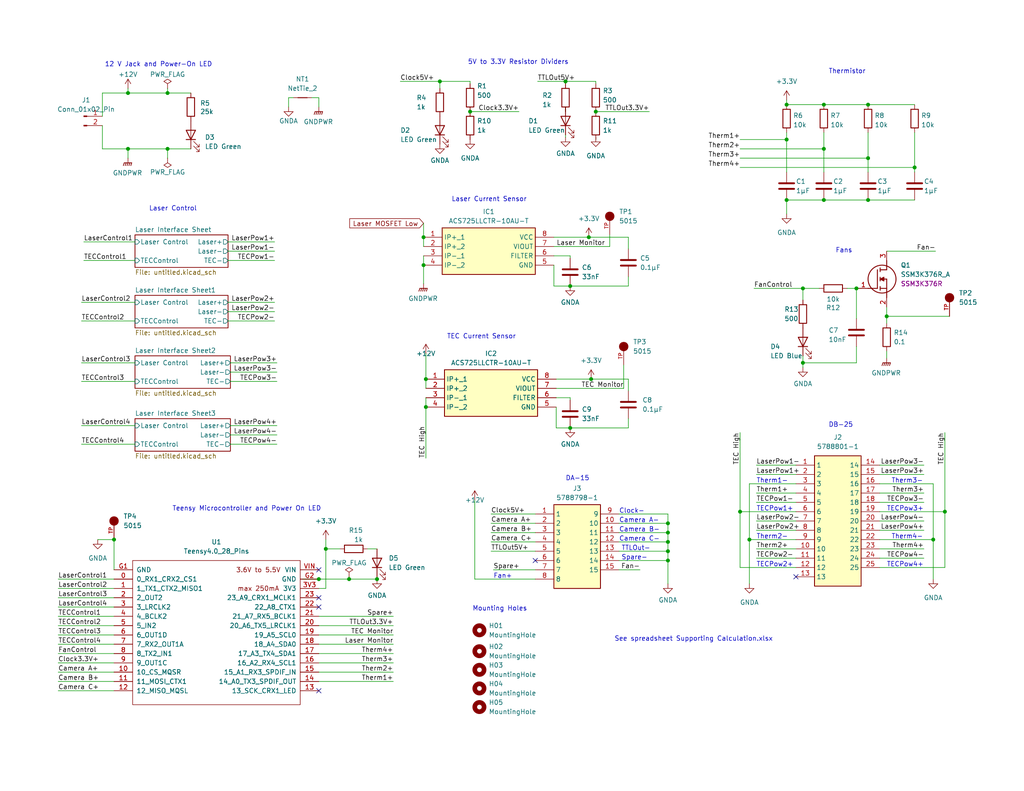
<source format=kicad_sch>
(kicad_sch (version 20230121) (generator eeschema)
  (paper "USLetter")
  (title_block (title "HSHS Interface Board") (date "2024-02-29") (rev "NT-0110A") (company "Numentus Technologies"))
  (junction (at 155.575 116.84))
  (junction (at 201.93 139.7))
  (junction (at 116.205 111.125))
  (junction (at 115.57 64.77))
  (junction (at 182.245 147.955))
  (junction (at 214.63 38.1))
  (junction (at 224.79 40.64))
  (junction (at 162.56 30.48))
  (junction (at 236.855 43.18))
  (junction (at 236.855 54.61))
  (junction (at 214.63 54.61))
  (junction (at 31.115 147.32))
  (junction (at 34.925 25.4))
  (junction (at 204.47 147.32))
  (junction (at 214.63 28.575))
  (junction (at 88.9 149.86))
  (junction (at 34.925 40.64))
  (junction (at 257.81 139.7))
  (junction (at 182.245 142.875))
  (junction (at 86.995 158.115))
  (junction (at 249.555 45.72))
  (junction (at 182.245 150.495))
  (junction (at 115.57 72.39))
  (junction (at 219.075 78.74))
  (junction (at 45.72 40.64))
  (junction (at 182.245 153.035))
  (junction (at 120.015 22.225))
  (junction (at 155.575 78.105))
  (junction (at 95.25 158.115))
  (junction (at 161.29 103.505))
  (junction (at 102.87 158.115))
  (junction (at 224.79 54.61))
  (junction (at 254.635 147.32))
  (junction (at 236.855 28.575))
  (junction (at 128.27 30.48))
  (junction (at 160.655 64.77))
  (junction (at 154.305 22.225))
  (junction (at 182.245 145.415))
  (junction (at 241.935 86.36))
  (junction (at 219.075 99.06))
  (junction (at 224.79 28.575))
  (junction (at 45.72 25.4))
  (junction (at 233.68 78.74))
  (junction (at 116.205 103.505))
  (no_connect (at 86.995 163.195))
  (no_connect (at 86.995 188.595))
  (no_connect (at 146.05 153.035))
  (no_connect (at 217.17 157.48))
  (no_connect (at 86.995 165.735))
  (no_connect (at 86.995 155.575))
  (wire (pts (xy 31.115 183.515) (xy 15.875 183.515)))
  (wire (pts (xy 62.865 101.6) (xy 75.565 101.6)))
  (wire (pts (xy 236.855 36.195) (xy 236.855 43.18)))
  (wire (pts (xy 34.925 40.64) (xy 34.925 43.18)))
  (wire (pts (xy 31.115 168.275) (xy 15.875 168.275)))
  (wire (pts (xy 201.93 139.7) (xy 201.93 154.94)))
  (wire (pts (xy 62.23 85.09) (xy 74.93 85.09)))
  (wire (pts (xy 88.9 147.32) (xy 88.9 149.86)))
  (wire (pts (xy 45.72 25.4) (xy 52.07 25.4)))
  (wire (pts (xy 62.865 104.14) (xy 75.565 104.14)))
  (wire (pts (xy 249.555 45.72) (xy 249.555 46.99)))
  (wire (pts (xy 27.94 40.64) (xy 34.925 40.64)))
  (wire (pts (xy 205.74 78.74) (xy 219.075 78.74)))
  (wire (pts (xy 254.635 147.32) (xy 254.635 158.115)))
  (wire (pts (xy 171.45 106.68) (xy 171.45 103.505)))
  (wire (pts (xy 168.91 140.335) (xy 182.245 140.335)))
  (wire (pts (xy 201.93 38.1) (xy 214.63 38.1)))
  (wire (pts (xy 155.575 69.85) (xy 155.575 70.485)))
  (wire (pts (xy 151.13 69.85) (xy 155.575 69.85)))
  (wire (pts (xy 133.985 145.415) (xy 146.05 145.415)))
  (wire (pts (xy 31.115 158.115) (xy 15.875 158.115)))
  (wire (pts (xy 182.245 153.035) (xy 182.245 159.385)))
  (wire (pts (xy 160.655 64.77) (xy 151.13 64.77)))
  (wire (pts (xy 120.015 22.225) (xy 128.27 22.225)))
  (wire (pts (xy 31.115 178.435) (xy 15.875 178.435)))
  (wire (pts (xy 62.23 68.58) (xy 74.93 68.58)))
  (wire (pts (xy 116.205 108.585) (xy 116.205 111.125)))
  (wire (pts (xy 133.985 147.955) (xy 146.05 147.955)))
  (wire (pts (xy 236.855 28.575) (xy 224.79 28.575)))
  (wire (pts (xy 88.9 160.655) (xy 88.9 149.86)))
  (wire (pts (xy 168.91 142.875) (xy 182.245 142.875)))
  (wire (pts (xy 62.23 66.04) (xy 74.93 66.04)))
  (wire (pts (xy 34.925 25.4) (xy 27.94 25.4)))
  (wire (pts (xy 231.14 78.74) (xy 233.68 78.74)))
  (wire (pts (xy 206.375 134.62) (xy 217.17 134.62)))
  (wire (pts (xy 86.995 158.115) (xy 95.25 158.115)))
  (wire (pts (xy 133.985 140.335) (xy 146.05 140.335)))
  (wire (pts (xy 219.075 99.06) (xy 219.075 100.33)))
  (wire (pts (xy 15.875 180.975) (xy 31.115 180.975)))
  (wire (pts (xy 151.765 116.84) (xy 151.765 111.125)))
  (wire (pts (xy 102.87 157.48) (xy 102.87 158.115)))
  (wire (pts (xy 86.995 178.435) (xy 107.315 178.435)))
  (wire (pts (xy 115.57 64.77) (xy 115.57 67.31)))
  (wire (pts (xy 31.115 163.195) (xy 15.875 163.195)))
  (wire (pts (xy 86.995 175.895) (xy 107.315 175.895)))
  (wire (pts (xy 86.995 183.515) (xy 107.315 183.515)))
  (wire (pts (xy 86.995 168.275) (xy 107.315 168.275)))
  (wire (pts (xy 129.54 158.115) (xy 146.05 158.115)))
  (wire (pts (xy 240.03 137.16) (xy 252.095 137.16)))
  (wire (pts (xy 182.245 145.415) (xy 182.245 147.955)))
  (wire (pts (xy 151.765 103.505) (xy 161.29 103.505)))
  (wire (pts (xy 233.68 94.615) (xy 233.68 99.06)))
  (wire (pts (xy 27.94 25.4) (xy 27.94 31.75)))
  (wire (pts (xy 34.925 40.64) (xy 45.72 40.64)))
  (wire (pts (xy 171.45 64.77) (xy 160.655 64.77)))
  (wire (pts (xy 116.205 125.095) (xy 116.205 111.125)))
  (wire (pts (xy 206.375 129.54) (xy 217.17 129.54)))
  (wire (pts (xy 22.86 66.04) (xy 36.83 66.04)))
  (wire (pts (xy 241.935 95.885) (xy 241.935 97.79)))
  (wire (pts (xy 240.03 152.4) (xy 252.095 152.4)))
  (wire (pts (xy 182.245 147.955) (xy 182.245 150.495)))
  (wire (pts (xy 240.03 154.94) (xy 257.81 154.94)))
  (wire (pts (xy 31.115 188.595) (xy 15.875 188.595)))
  (wire (pts (xy 224.79 54.61) (xy 214.63 54.61)))
  (wire (pts (xy 240.03 134.62) (xy 252.095 134.62)))
  (wire (pts (xy 154.305 36.83) (xy 154.305 37.465)))
  (wire (pts (xy 133.985 142.875) (xy 146.05 142.875)))
  (wire (pts (xy 151.13 78.105) (xy 151.13 72.39)))
  (wire (pts (xy 168.91 153.035) (xy 182.245 153.035)))
  (wire (pts (xy 224.79 28.575) (xy 214.63 28.575)))
  (wire (pts (xy 155.575 78.105) (xy 171.45 78.105)))
  (wire (pts (xy 115.57 77.47) (xy 115.57 72.39)))
  (wire (pts (xy 249.555 28.575) (xy 236.855 28.575)))
  (wire (pts (xy 240.03 139.7) (xy 257.81 139.7)))
  (wire (pts (xy 109.22 22.225) (xy 120.015 22.225)))
  (wire (pts (xy 204.47 132.08) (xy 217.17 132.08)))
  (wire (pts (xy 22.225 87.63) (xy 36.83 87.63)))
  (wire (pts (xy 22.225 99.06) (xy 36.83 99.06)))
  (wire (pts (xy 62.865 118.745) (xy 75.565 118.745)))
  (wire (pts (xy 154.305 30.48) (xy 154.305 29.21)))
  (wire (pts (xy 45.72 40.64) (xy 45.72 43.18)))
  (wire (pts (xy 241.935 68.58) (xy 255.27 68.58)))
  (wire (pts (xy 31.115 175.895) (xy 15.875 175.895)))
  (wire (pts (xy 82.55 158.115) (xy 86.995 158.115)))
  (wire (pts (xy 249.555 36.195) (xy 249.555 45.72)))
  (wire (pts (xy 34.925 24.13) (xy 34.925 25.4)))
  (wire (pts (xy 162.56 22.225) (xy 162.56 22.86)))
  (wire (pts (xy 22.86 71.12) (xy 36.83 71.12)))
  (wire (pts (xy 151.765 108.585) (xy 155.575 108.585)))
  (wire (pts (xy 31.115 165.735) (xy 15.875 165.735)))
  (wire (pts (xy 86.995 170.815) (xy 107.315 170.815)))
  (wire (pts (xy 151.13 78.105) (xy 155.575 78.105)))
  (wire (pts (xy 236.855 54.61) (xy 249.555 54.61)))
  (wire (pts (xy 204.47 147.32) (xy 217.17 147.32)))
  (wire (pts (xy 22.225 82.55) (xy 36.83 82.55)))
  (wire (pts (xy 62.865 121.285) (xy 75.565 121.285)))
  (wire (pts (xy 201.93 43.18) (xy 236.855 43.18)))
  (wire (pts (xy 224.79 40.64) (xy 201.93 40.64)))
  (wire (pts (xy 45.72 40.64) (xy 52.07 40.64)))
  (wire (pts (xy 240.03 127) (xy 252.095 127)))
  (wire (pts (xy 219.075 78.74) (xy 223.52 78.74)))
  (wire (pts (xy 151.765 116.84) (xy 155.575 116.84)))
  (wire (pts (xy 151.765 106.045) (xy 170.18 106.045)))
  (wire (pts (xy 31.115 170.815) (xy 15.875 170.815)))
  (wire (pts (xy 206.375 152.4) (xy 217.17 152.4)))
  (wire (pts (xy 206.375 127) (xy 217.17 127)))
  (wire (pts (xy 95.25 158.115) (xy 102.87 158.115)))
  (wire (pts (xy 133.985 150.495) (xy 146.05 150.495)))
  (wire (pts (xy 116.205 103.505) (xy 116.205 106.045)))
  (wire (pts (xy 206.375 142.24) (xy 217.17 142.24)))
  (wire (pts (xy 182.245 150.495) (xy 182.245 153.035)))
  (wire (pts (xy 201.93 139.7) (xy 217.17 139.7)))
  (wire (pts (xy 86.995 180.975) (xy 107.315 180.975)))
  (wire (pts (xy 161.29 103.505) (xy 171.45 103.505)))
  (wire (pts (xy 27.94 40.64) (xy 27.94 34.29)))
  (wire (pts (xy 214.63 27.305) (xy 214.63 28.575)))
  (wire (pts (xy 257.81 139.7) (xy 257.81 154.94)))
  (wire (pts (xy 233.68 99.06) (xy 219.075 99.06)))
  (wire (pts (xy 219.075 97.155) (xy 219.075 99.06)))
  (wire (pts (xy 31.115 186.055) (xy 15.875 186.055)))
  (wire (pts (xy 22.225 121.285) (xy 36.83 121.285)))
  (wire (pts (xy 120.015 22.225) (xy 120.015 24.13)))
  (wire (pts (xy 168.91 155.575) (xy 174.625 155.575)))
  (wire (pts (xy 214.63 58.42) (xy 214.63 54.61)))
  (wire (pts (xy 206.375 144.78) (xy 217.17 144.78)))
  (wire (pts (xy 168.91 150.495) (xy 182.245 150.495)))
  (wire (pts (xy 240.03 129.54) (xy 252.095 129.54)))
  (wire (pts (xy 85.09 26.67) (xy 86.995 26.67)))
  (wire (pts (xy 233.68 78.74) (xy 234.315 78.74)))
  (wire (pts (xy 62.23 71.12) (xy 74.93 71.12)))
  (wire (pts (xy 151.13 67.31) (xy 166.37 67.31)))
  (wire (pts (xy 170.18 99.695) (xy 170.18 106.045)))
  (wire (pts (xy 78.74 26.67) (xy 80.01 26.67)))
  (wire (pts (xy 233.68 78.74) (xy 233.68 86.995)))
  (wire (pts (xy 31.115 160.655) (xy 15.875 160.655)))
  (wire (pts (xy 78.74 26.67) (xy 78.74 29.21)))
  (wire (pts (xy 129.54 136.525) (xy 129.54 158.115)))
  (wire (pts (xy 155.575 108.585) (xy 155.575 109.22)))
  (wire (pts (xy 128.27 30.48) (xy 141.605 30.48)))
  (wire (pts (xy 257.81 118.11) (xy 257.81 139.7)))
  (wire (pts (xy 45.72 24.13) (xy 45.72 25.4)))
  (wire (pts (xy 240.03 132.08) (xy 254.635 132.08)))
  (wire (pts (xy 201.93 45.72) (xy 249.555 45.72)))
  (wire (pts (xy 128.27 22.225) (xy 128.27 22.86)))
  (wire (pts (xy 100.33 149.86) (xy 102.87 149.86)))
  (wire (pts (xy 206.375 149.86) (xy 217.17 149.86)))
  (wire (pts (xy 171.45 116.84) (xy 171.45 114.3)))
  (wire (pts (xy 182.245 140.335) (xy 182.245 142.875)))
  (wire (pts (xy 206.375 137.16) (xy 217.17 137.16)))
  (wire (pts (xy 31.115 173.355) (xy 15.875 173.355)))
  (wire (pts (xy 34.925 25.4) (xy 45.72 25.4)))
  (wire (pts (xy 241.935 86.36) (xy 259.08 86.36)))
  (wire (pts (xy 155.575 116.84) (xy 171.45 116.84)))
  (wire (pts (xy 171.45 67.945) (xy 171.45 64.77)))
  (wire (pts (xy 236.855 46.99) (xy 236.855 43.18)))
  (wire (pts (xy 154.305 22.86) (xy 154.305 22.225)))
  (wire (pts (xy 219.075 78.74) (xy 219.075 81.915)))
  (wire (pts (xy 241.935 86.36) (xy 241.935 88.265)))
  (wire (pts (xy 134.62 155.575) (xy 146.05 155.575)))
  (wire (pts (xy 86.995 173.355) (xy 107.315 173.355)))
  (wire (pts (xy 168.91 147.955) (xy 182.245 147.955)))
  (wire (pts (xy 146.685 22.225) (xy 154.305 22.225)))
  (wire (pts (xy 236.855 54.61) (xy 224.79 54.61)))
  (wire (pts (xy 62.865 116.205) (xy 75.565 116.205)))
  (wire (pts (xy 201.93 118.11) (xy 201.93 139.7)))
  (wire (pts (xy 240.03 142.24) (xy 252.095 142.24)))
  (wire (pts (xy 116.205 96.52) (xy 116.205 103.505)))
  (wire (pts (xy 95.25 157.48) (xy 95.25 158.115)))
  (wire (pts (xy 240.03 144.78) (xy 252.095 144.78)))
  (wire (pts (xy 154.305 22.225) (xy 162.56 22.225)))
  (wire (pts (xy 214.63 46.99) (xy 214.63 38.1)))
  (wire (pts (xy 62.23 87.63) (xy 74.93 87.63)))
  (wire (pts (xy 88.9 149.86) (xy 92.71 149.86)))
  (wire (pts (xy 31.115 147.32) (xy 31.115 155.575)))
  (wire (pts (xy 240.03 149.86) (xy 252.095 149.86)))
  (wire (pts (xy 62.23 82.55) (xy 74.93 82.55)))
  (wire (pts (xy 168.91 145.415) (xy 182.245 145.415)))
  (wire (pts (xy 162.56 30.48) (xy 177.165 30.48)))
  (wire (pts (xy 224.79 36.195) (xy 224.79 40.64)))
  (wire (pts (xy 86.995 26.67) (xy 86.995 29.21)))
  (wire (pts (xy 26.67 147.32) (xy 31.115 147.32)))
  (wire (pts (xy 86.995 160.655) (xy 88.9 160.655)))
  (wire (pts (xy 171.45 78.105) (xy 171.45 75.565)))
  (wire (pts (xy 204.47 132.08) (xy 204.47 147.32)))
  (wire (pts (xy 115.57 60.96) (xy 115.57 64.77)))
  (wire (pts (xy 22.225 104.14) (xy 36.83 104.14)))
  (wire (pts (xy 62.865 99.06) (xy 75.565 99.06)))
  (wire (pts (xy 182.245 142.875) (xy 182.245 145.415)))
  (wire (pts (xy 241.935 86.36) (xy 241.935 83.82)))
  (wire (pts (xy 201.93 154.94) (xy 217.17 154.94)))
  (wire (pts (xy 254.635 132.08) (xy 254.635 147.32)))
  (wire (pts (xy 22.225 116.205) (xy 36.83 116.205)))
  (wire (pts (xy 224.79 46.99) (xy 224.79 40.64)))
  (wire (pts (xy 204.47 147.32) (xy 204.47 159.385)))
  (wire (pts (xy 214.63 36.195) (xy 214.63 38.1)))
  (wire (pts (xy 86.995 186.055) (xy 107.315 186.055)))
  (wire (pts (xy 166.37 64.135) (xy 166.37 67.31)))
  (wire (pts (xy 162.56 38.1) (xy 162.56 37.465)))
  (wire (pts (xy 240.03 147.32) (xy 254.635 147.32)))
  (wire (pts (xy 115.57 69.85) (xy 115.57 72.39)))
  (text "Camera A-" (at 168.91 142.875 0) (effects (font (size 1.27 1.27)) (justify left bottom)))
  (text "Therm3-" (at 243.205 132.08 0) (effects (font (size 1.27 1.27)) (justify left bottom)))
  (text "DA-15" (at 154.305 131.445 0) (effects (font (size 1.27 1.27)) (justify left bottom)))
  (text "Spare-" (at 169.545 153.035 0) (effects (font (size 1.27 1.27)) (justify left bottom)))
  (text "Laser Current Sensor" (at 123.19 55.245 0) (effects (font (size 1.27 1.27)) (justify left bottom)))
  (text "See spreadsheet Supporting Calculation.xlsx" (at 167.64 175.26 0) (effects (font (size 1.27 1.27)) (justify left bottom)))
  (text "TEC Current Sensor" (at 121.92 92.71 0) (effects (font (size 1.27 1.27)) (justify left bottom)))
  (text "DB-25" (at 226.06 116.84 0) (effects (font (size 1.27 1.27)) (justify left bottom)))
  (text "TECPow1+" (at 206.375 139.7 0) (effects (font (size 1.27 1.27)) (justify left bottom)))
  (text "Therm1-" (at 206.375 132.08 0) (effects (font (size 1.27 1.27)) (justify left bottom)))
  (text "TTLOut-" (at 169.545 150.495 0) (effects (font (size 1.27 1.27)) (justify left bottom)))
  (text "Therm4-" (at 243.205 147.32 0) (effects (font (size 1.27 1.27)) (justify left bottom)))
  (text "TECPow2+" (at 206.375 154.94 0) (effects (font (size 1.27 1.27)) (justify left bottom)))
  (text "5V to 3.3V Resistor Dividers" (at 127.635 17.78 0) (effects (font (size 1.27 1.27)) (justify left bottom)))
  (text "Fan+" (at 134.62 158.115 0) (effects (font (size 1.27 1.27)) (justify left bottom)))
  (text "Camera B-" (at 168.91 145.415 0) (effects (font (size 1.27 1.27)) (justify left bottom)))
  (text "Thermistor" (at 226.06 20.32 0) (effects (font (size 1.27 1.27)) (justify left bottom)))
  (text "Fans" (at 227.965 69.215 0) (effects (font (size 1.27 1.27)) (justify left bottom)))
  (text "Laser Control" (at 40.64 57.785 0) (effects (font (size 1.27 1.27)) (justify left bottom)))
  (text "TECPow3+" (at 241.935 139.7 0) (effects (font (size 1.27 1.27)) (justify left bottom)))
  (text "Camera C-" (at 168.91 147.955 0) (effects (font (size 1.27 1.27)) (justify left bottom)))
  (text "Teensy Microcontroller and Power On LED" (at 46.99 139.7 0) (effects (font (size 1.27 1.27)) (justify left bottom)))
  (text "12 V Jack and Power-On LED" (at 28.575 18.415 0) (effects (font (size 1.27 1.27)) (justify left bottom)))
  (text "Therm2-" (at 206.375 147.32 0) (effects (font (size 1.27 1.27)) (justify left bottom)))
  (text "Mounting Holes" (at 128.905 167.005 0) (effects (font (size 1.27 1.27)) (justify left bottom)))
  (text "TECPow4+" (at 241.935 154.94 0) (effects (font (size 1.27 1.27)) (justify left bottom)))
  (text "Clock-" (at 168.91 140.335 0) (effects (font (size 1.27 1.27)) (justify left bottom)))
  (label "LaserControl3" (at 22.225 99.06 0))
  (label "LaserControl1" (at 15.875 158.115 0))
  (label "LaserPow1+" (at 206.375 129.54 0))
  (label "LaserPow1-" (at 206.375 127 0))
  (label "TEC Monitor" (at 170.18 106.045 180))
  (label "LaserControl1" (at 22.86 66.04 0))
  (label "Therm1+" (at 201.93 38.1 180))
  (label "LaserPow3+" (at 252.095 129.54 180))
  (label "Therm2+" (at 201.93 40.64 180))
  (label "LaserPow3-" (at 252.095 127 180))
  (label "FanControl" (at 15.875 178.435 0))
  (label "TECControl2" (at 22.225 87.63 0))
  (label "LaserControl2" (at 22.225 82.55 0))
  (label "TECPow4-" (at 75.565 121.285 180))
  (label "Therm4+" (at 107.315 178.435 180))
  (label "TTLOut5V+" (at 146.685 22.225 0))
  (label "TTLOut3.3V+" (at 177.165 30.48 180))
  (label "TEC High" (at 201.93 118.11 270))
  (label "TECControl3" (at 22.225 104.14 0))
  (label "TECPow4-" (at 252.095 152.4 180))
  (label "Camera B+" (at 133.985 145.415 0))
  (label "Therm2+" (at 107.315 183.515 180))
  (label "Camera A+" (at 15.875 183.515 0))
  (label "Clock5V+" (at 109.22 22.225 0))
  (label "TECPow1-" (at 74.93 71.12 180))
  (label "LaserPow2+" (at 206.375 144.78 0))
  (label "LaserControl4" (at 22.225 116.205 0))
  (label "TEC High" (at 116.205 125.095 90))
  (label "TECPow2-" (at 74.93 87.63 180))
  (label "LaserPow4+" (at 75.565 116.205 180))
  (label "LaserPow2-" (at 206.375 142.24 0))
  (label "TTLOut3.3V+" (at 107.315 170.815 180))
  (label "TTLOut5V+" (at 133.985 150.495 0))
  (label "Laser Monitor" (at 165.1 67.31 180))
  (label "TECPow2-" (at 206.375 152.4 0))
  (label "LaserPow4-" (at 75.565 118.745 180))
  (label "LaserPow2-" (at 74.93 85.09 180))
  (label "TECControl2" (at 15.875 170.815 0))
  (label "LaserPow3+" (at 75.565 99.06 180))
  (label "Therm3+" (at 252.095 134.62 180))
  (label "LaserPow3-" (at 75.565 101.6 180))
  (label "TECControl1" (at 15.875 168.275 0))
  (label "Camera C+" (at 133.985 147.955 0))
  (label "Therm3+" (at 107.315 180.975 180))
  (label "Therm4+" (at 201.93 45.72 180))
  (label "LaserControl3" (at 15.875 163.195 0))
  (label "TEC High" (at 257.81 118.11 270))
  (label "Spare+" (at 107.315 168.275 180))
  (label "FanControl" (at 205.74 78.74 0))
  (label "Therm1+" (at 206.375 134.62 0))
  (label "TECControl3" (at 15.875 173.355 0))
  (label "Fan-" (at 174.625 155.575 180))
  (label "LaserPow2+" (at 74.93 82.55 180))
  (label "LaserControl4" (at 15.875 165.735 0))
  (label "Therm4+" (at 252.095 149.86 180))
  (label "Clock3.3V+" (at 141.605 30.48 180))
  (label "Therm1+" (at 107.315 186.055 180))
  (label "Camera C+" (at 15.875 188.595 0))
  (label "TECControl4" (at 22.225 121.285 0))
  (label "Camera A+" (at 133.985 142.875 0))
  (label "Clock3.3V+" (at 15.875 180.975 0))
  (label "LaserPow1-" (at 74.93 68.58 180))
  (label "Clock5V+" (at 133.985 140.335 0))
  (label "TECPow1-" (at 206.375 137.16 0))
  (label "LaserPow1+" (at 74.93 66.04 180))
  (label "LaserPow4-" (at 252.095 142.24 180))
  (label "Camera B+" (at 15.875 186.055 0))
  (label "Fan-" (at 255.27 68.58 180))
  (label "TECPow3-" (at 252.095 137.16 180))
  (label "Spare+" (at 134.62 155.575 0))
  (label "LaserControl2" (at 15.875 160.655 0))
  (label "Therm3+" (at 201.93 43.18 180))
  (label "Laser Monitor" (at 107.315 175.895 180))
  (label "TECControl1" (at 22.86 71.12 0))
  (label "TECControl4" (at 15.875 175.895 0))
  (label "TECPow3-" (at 75.565 104.14 180))
  (label "LaserPow4+" (at 252.095 144.78 180))
  (label "TEC Monitor" (at 107.315 173.355 180))
  (label "Therm2+" (at 206.375 149.86 0))
  (global_label "Laser MOSFET Low" (shape input) (at 115.57 60.96 180) (property "Intersheetrefs" "${INTERSHEET_REFS}" (effects hide)))
  (symbol (lib_id "Device:R") (at 128.27 26.67 0) (unit 1)
    (property "Reference" "R1" (at 130.175 23.495 0) (effects (justify left)))
    (property "Value" "500" (at 130.175 26.035 0) (effects (justify left)))
    (property "Footprint" "Global_Footprint_Library:R_0603_1608Metric_Small_Font" (effects hide))
    (property "Digikey_Price/Stock" "https://www.digikey.com/en/products/detail/stackpole-electronics-inc/RMCF0603FT10K0/1761235" (effects hide))
    (property "DESCRIPTION" "RES 499 OHM 1% 1/10W 0603" (effects hide))
    (property "Digikey_Part_Number" "13-RC0603FR-10499RLCT-ND" (effects hide))
    (property "Manufacturer Part Number" "RC0603FR-10499RL" (effects hide))
    (property "PRICE" "0.0112" (effects hide))
  )
  (symbol (lib_id "Device:C") (at 214.63 50.8 0) (unit 1)
    (property "Reference" "C1" (at 217.17 49.53 0) (effects (justify left)))
    (property "Value" "1µF" (at 217.17 52.07 0) (effects (justify left)))
    (property "Footprint" "Global_Footprint_Library:C_0603_1608Metric_Small_Font" (effects hide))
    (property "Description" "CAP CER 1UF 25V X5R 0603" (effects hide))
    (property "Digikey_Part_Number" "1276-1102-1-ND" (effects hide))
    (property "Digikey_Price/Stock" "https://www.digikey.com/en/products/detail/samsung-electro-mechanics/CL10A105KA8NNNC/3886760" (effects hide))
    (property "Manufacturer_Name" "Samsung Electro-Mechanics" (effects hide))
    (property "Manufacturer_Part_Number" "CL10A105KA8NNNC" (effects hide))
    (property "Price Unit 1" ".1" (effects hide))
    (property "DESCRIPTION" "CAP CER 1UF 25V X5R 0603" (effects hide))
    (property "Manufacturer Part Number" "CL10A105KA8NNNC" (effects hide))
    (property "PRICE" "0.017" (effects hide))
  )
  (symbol (lib_id "power:+12V") (at 34.925 24.13 0) (unit 1)
    (property "Reference" "#PWR01" (effects hide))
    (property "Value" "+12V" (at 34.925 20.32 0))
  )
  (symbol (lib_id "Device:R") (at 96.52 149.86 90) (unit 1)
    (property "Reference" "R15" (at 99.06 144.7831 90) (effects (justify left)))
    (property "Value" "1k" (at 99.06 147.32 90) (effects (justify left)))
    (property "Footprint" "Global_Footprint_Library:R_0603_1608Metric_Small_Font" (effects hide))
    (property "Description" "RES 499 OHM 1% 1/10W 0603" (effects hide))
    (property "Digikey_Part_Number" "13-RC0603FR-10499RLCT-ND" (effects hide))
    (property "Digikey_Price/Stock" "https://www.digikey.com/en/products/detail/yageo/RC0603FR-10499RL/14008359" (effects hide))
    (property "Manufacturer_Name" "Yageo" (effects hide))
    (property "Manufacturer_Part_Number" "RC0603FR-10499RL" (effects hide))
    (property "Price Unit 1" ".1" (effects hide))
    (property "DESCRIPTION" "RES 499 OHM 1% 1/10W 0603" (effects hide))
    (property "Manufacturer Part Number" "RC0603FR-10499RL" (effects hide))
    (property "PRICE" "0.0112" (effects hide))
  )
  (symbol (lib_id "power:GNDA") (at 204.47 159.385 0) (unit 1)
    (property "Reference" "#PWR025" (effects hide))
    (property "Value" "GNDA" (at 204.47 164.465 0))
  )
  (symbol (lib_id "Device:R") (at 214.63 32.385 0) (unit 1)
    (property "Reference" "R6" (at 216.408 31.5503 0) (effects (justify left)))
    (property "Value" "10k" (at 216.408 34.0872 0) (effects (justify left)))
    (property "Footprint" "Global_Footprint_Library:R_0603_1608Metric_Small_Font" (effects hide))
    (property "Description" "RES 10K OHM 1% 1/8W 0603" (effects hide))
    (property "Digikey_Part_Number" "RMCF0603FT10K0CT-ND" (effects hide))
    (property "Digikey_Price/Stock" "https://www.digikey.com/en/products/detail/stackpole-electronics-inc/RNCP0603FTD10K0/2240139" (effects hide))
    (property "Manufacturer_Name" "Stackpole Electronics Inc" (effects hide))
    (property "Manufacturer_Part_Number" "RNCP0603FTD10K0" (effects hide))
    (property "Price Unit 1" ".1" (effects hide))
    (property "DESCRIPTION" "RES 10K OHM 1% 1/10W 0603" (effects hide))
    (property "Manufacturer Part Number" "RMCF0603FT10K0" (effects hide))
    (property "PRICE" "0.0075" (effects hide))
  )
  (symbol (lib_id "Global_Symbol_Library:SSM3K376R_A") (at 234.315 78.74 0) (unit 1)
    (property "Reference" "Q1" (at 245.745 72.39 0) (effects (justify left)))
    (property "Value" "SSM3K376R_A" (at 245.745 74.93 0) (effects (justify left)))
    (property "Footprint" "Global_Footprint_Library:SSM3K376R_Mod_A" (effects hide))
    (property "Datasheet" "https://toshiba.semicon-storage.com/info/SSM3K376R_datasheet_en_20210528.pdf?did=60463&prodName=SSM3K376R" (effects hide))
    (property "Value_1" "SSM3K376R" (at 245.745 77.47 0) (effects (justify left)))
    (property "Footprint_1" "SOTFL95P240X88-3N" (effects hide))
    (property "Datasheet_1" "https://toshiba.semicon-storage.com/info/docget.jsp?did=60463&prodName=SSM3K376R" (effects hide))
    (property "Height" ".8" (effects hide))
    (property "Manufacturer_Name" "Toshiba Semiconductor and Storage" (effects hide))
    (property "Manufacturer_Part_Number" "SSM3K376R,LF" (effects hide))
    (property "Description" "MOSFET N-CH 30V 4A SOT23F" (effects hide))
    (property "Digikey_Part_Number" "SSM3K376RLFTR-ND" (effects hide))
    (property "Digikey_Price/Stock" "https://www.digikey.com/en/products/detail/toshiba-semiconductor-and-storage/SSM3K376R-LF/9472331" (effects hide))
    (property "Price Unit 1" ".43" (effects hide))
    (property "Vendor Web Page" "https://toshiba.semicon-storage.com/us/semiconductor/product/mosfets/detail.SSM3K376R.html" (effects hide))
    (property "DESCRIPTION" "MOSFET N-CH 30V 4A SOT23F" (effects hide))
    (property "Manufacturer Part Number" "SSM3K376R,LF" (effects hide))
    (property "PRICE" "0.289" (effects hide))
  )
  (symbol (lib_id "power:+12V") (at 129.54 136.525 0) (unit 1)
    (property "Reference" "#PWR019" (effects hide))
    (property "Value" "+12V" (at 129.54 136.525 0))
  )
  (symbol (lib_id "Mechanical:MountingHole") (at 130.81 177.8 0) (unit 1)
    (property "Reference" "H02" (at 133.35 176.53 0) (effects (justify left)))
    (property "Value" "MountingHole" (at 133.35 179.07 0) (effects (justify left)))
    (property "Footprint" "MountingHole:MountingHole_3.5mm" (effects hide))
  )
  (symbol (lib_id "Device:R") (at 128.27 34.29 0) (unit 1)
    (property "Reference" "R10" (at 130.175 33.02 0) (effects (justify left)))
    (property "Value" "1k" (at 130.175 35.56 0) (effects (justify left)))
    (property "Footprint" "Global_Footprint_Library:R_0603_1608Metric_Small_Font" (effects hide))
    (property "Digikey_Price/Stock" " https://www.digikey.com/en/products/detail/panasonic-electronic-components/ERJ-3EKF2002V/196202" (effects hide))
    (property "DESCRIPTION" "RES 1K OHM 1% 1/10W 0603" (effects hide))
    (property "Digikey_Part_Number" "311-1.00KHRCT-ND" (effects hide))
    (property "Manufacturer Part Number" "RC0603FR-071KL" (effects hide))
    (property "PRICE" "0.0112" (effects hide))
  )
  (symbol (lib_id "Device:R") (at 162.56 26.67 0) (unit 1)
    (property "Reference" "R3" (at 164.465 24.765 0) (effects (justify left)))
    (property "Value" "500" (at 164.465 27.305 0) (effects (justify left)))
    (property "Footprint" "Global_Footprint_Library:R_0603_1608Metric_Small_Font" (effects hide))
    (property "Digikey_Price/Stock" "https://www.digikey.com/en/products/detail/stackpole-electronics-inc/RMCF0603FT10K0/1761235" (effects hide))
    (property "DESCRIPTION" "RES 499 OHM 1% 1/10W 0603" (effects hide))
    (property "Digikey_Part_Number" "13-RC0603FR-10499RLCT-ND" (effects hide))
    (property "Manufacturer Part Number" "RC0603FR-10499RL" (effects hide))
    (property "PRICE" "0.0112" (effects hide))
  )
  (symbol (lib_id "Device:R") (at 227.33 78.74 90) (unit 1)
    (property "Reference" "R12" (at 227.33 83.9978 90))
    (property "Value" "10k" (at 227.33 81.6864 90))
    (property "Footprint" "Global_Footprint_Library:R_0603_1608Metric_Small_Font" (effects hide))
    (property "Manufacturer Part Number" "RMCF0603FT10K0" (effects hide))
    (property "Price Unit 1" ".1" (effects hide))
    (property "Description" "RES 499 OHM 1% 1/10W 0603" (effects hide))
    (property "Digikey_Part_Number" "RMCF0603FT10K0CT-ND" (effects hide))
    (property "Digikey_Price/Stock" "https://www.digikey.com/en/products/detail/yageo/RC0603FR-10499RL/14008359" (effects hide))
    (property "Manufacturer_Name" "Yageo" (effects hide))
    (property "Manufacturer_Part_Number" "RC0603FR-10499RL" (effects hide))
    (property "DESCRIPTION" "RES 10K OHM 1% 1/10W 0603" (effects hide))
    (property "PRICE" "0.0075" (effects hide))
  )
  (symbol (lib_id "power:GNDA") (at 155.575 116.84 0) (unit 1)
    (property "Reference" "#PWR018" (effects hide))
    (property "Value" "GNDA" (at 155.575 121.2834 0))
  )
  (symbol (lib_id "power:GNDPWR") (at 86.995 29.21 0) (unit 1)
    (property "Reference" "#PWR04" (effects hide))
    (property "Value" "GNDPWR" (at 86.868 33.247 0))
  )
  (symbol (lib_id "power:+12V") (at 116.205 96.52 0) (unit 1)
    (property "Reference" "#PWR014" (effects hide))
    (property "Value" "+12V" (at 116.205 96.52 0))
  )
  (symbol (lib_id "Device:C") (at 171.45 71.755 0) (unit 1)
    (property "Reference" "C5" (at 174.625 70.4881 0) (effects (justify left)))
    (property "Value" "0.1µF" (at 174.625 73.025 0) (effects (justify left)))
    (property "Footprint" "Global_Footprint_Library:C_0603_1608Metric_Small_Font" (effects hide))
    (property "Datasheet" "https://datasheets.kyocera-avx.com/X7RDielectric.pdf" (effects hide))
    (property "Description" "CAP CER 0.1UF 50V X7R 0603" (effects hide))
    (property "Digikey_Part_Number" "478-10346-2-ND" (effects hide))
    (property "Digikey_Price/Stock" "https://www.digikey.com/en/products/detail/kyocera-avx/06035C104KAT4A/1600047" (effects hide))
    (property "Manufacturer_Name" "KYOCERA AVX" (effects hide))
    (property "Manufacturer_Part_Number" "06035C104KAT4A" (effects hide))
  )
  (symbol (lib_id "power:GNDA") (at 154.305 37.465 0) (unit 1)
    (property "Reference" "#PWR05" (effects hide))
    (property "Value" "GNDA" (at 154.305 41.9084 0))
  )
  (symbol (lib_id "power:PWR_FLAG") (at 45.72 43.18 0) (mirror x) (unit 1)
    (property "Reference" "#FLG02" (effects hide))
    (property "Value" "PWR_FLAG" (at 45.72 46.99 0))
  )
  (symbol (lib_id "Mechanical:MountingHole") (at 130.81 172.085 0) (unit 1)
    (property "Reference" "H01" (at 133.35 170.815 0) (effects (justify left)))
    (property "Value" "MountingHole" (at 133.35 173.355 0) (effects (justify left)))
    (property "Footprint" "MountingHole:MountingHole_3.5mm" (effects hide))
  )
  (symbol (lib_id "Global_Symbol_Library:5788801-1") (at 217.17 127 0) (unit 1)
    (property "Reference" "J2" (at 228.6 119.38 0))
    (property "Value" "5788801-1" (at 228.6 121.92 0))
    (property "Footprint" "Global_Footprint_Library:57888011_A" (effects hide))
    (property "Datasheet" "https://www.te.com/commerce/DocumentDelivery/DDEController?Action=showdoc&DocId=Customer+Drawing%7F5788801%7FO%7Fpdf%7FEnglish%7FENG_CD_5788801_O.pdf%7F5788801-1" (effects hide))
    (property "Height" "12.93" (effects hide))
    (property "Manufacturer_Name" "TE Connectivity" (effects hide))
    (property "Manufacturer_Part_Number" "5788801-1" (effects hide))
    (property "Mouser Part Number" "571-5788801-1" (effects hide))
    (property "Mouser Price/Stock" "https://www.mouser.co.uk/ProductDetail/TE-Connectivity-AMP/5788801-1?qs=PmjM%2FwY1RToSHOZP%252ByStZg%3D%3D" (effects hide))
    (property "Arrow Part Number" "5788801-1" (effects hide))
    (property "Arrow Price/Stock" "https://www.arrow.com/en/products/5788801-1/te-connectivity?region=nac" (effects hide))
    (property "DESCRIPTION" "CONN D-SUB RCPT 25POS R/A SLDR" (effects hide))
    (property "Digikey_Part_Number" "A35139-ND" (effects hide))
    (property "Manufacturer Part Number" "5788801-1" (effects hide))
    (property "PRICE" "8.04" (effects hide))
  )
  (symbol (lib_id "Global_Symbol_Library:ACS725LLCTR-10AU-T") (at 116.205 103.505 0) (unit 1)
    (property "Reference" "IC2" (at 133.985 96.52 0))
    (property "Value" "ACS725LLCTR-10AU-T" (at 133.985 99.06 0))
    (property "Footprint" "Global_Footprint_Library:SOIC127P600X175-8N" (effects hide))
    (property "Datasheet" "https://www.allegromicro.com/~/media/Files/Datasheets/ACS725-Datasheet.ashx" (effects hide))
    (property "Height" "1.75" (effects hide))
    (property "Mouser Part Number" "250-725LLCTR10AUT" (effects hide))
    (property "Mouser Price/Stock" "https://www.mouser.co.uk/ProductDetail/Allegro-MicroSystems/ACS725LLCTR-10AU-T?qs=pUKx8fyJudDJhypXeBbXnA%3D%3D" (effects hide))
    (property "Manufacturer_Name" "Allegro Microsystems" (effects hide))
    (property "Manufacturer_Part_Number" "ACS725LLCTR-10AU-T" (effects hide))
  )
  (symbol (lib_id "power:GNDPWR") (at 241.935 97.79 0) (unit 1)
    (property "Reference" "#PWR015" (effects hide))
    (property "Value" "GNDPWR" (at 241.808 101.827 0))
  )
  (symbol (lib_id "power:GNDPWR") (at 115.57 77.47 0) (unit 1)
    (property "Reference" "#PWR012" (effects hide))
    (property "Value" "GNDPWR" (at 115.443 81.507 0))
  )
  (symbol (lib_id "Device:R") (at 249.555 32.385 0) (unit 1)
    (property "Reference" "R9" (at 251.333 31.5503 0) (effects (justify left)))
    (property "Value" "10k" (at 251.333 34.0872 0) (effects (justify left)))
    (property "Footprint" "Global_Footprint_Library:R_0603_1608Metric_Small_Font" (effects hide))
    (property "Description" "RES 10K OHM 1% 1/8W 0603" (effects hide))
    (property "Digikey_Part_Number" "RMCF0603FT10K0CT-ND" (effects hide))
    (property "Digikey_Price/Stock" "https://www.digikey.com/en/products/detail/stackpole-electronics-inc/RNCP0603FTD10K0/2240139" (effects hide))
    (property "Manufacturer_Name" "Stackpole Electronics Inc" (effects hide))
    (property "Manufacturer_Part_Number" "RNCP0603FTD10K0" (effects hide))
    (property "Price Unit 1" ".1" (effects hide))
    (property "DESCRIPTION" "RES 10K OHM 1% 1/10W 0603" (effects hide))
    (property "Manufacturer Part Number" "RMCF0603FT10K0" (effects hide))
    (property "PRICE" "0.0075" (effects hide))
  )
  (symbol (lib_id "Device:R") (at 224.79 32.385 0) (unit 1)
    (property "Reference" "R7" (at 226.568 31.5503 0) (effects (justify left)))
    (property "Value" "10k" (at 226.568 34.0872 0) (effects (justify left)))
    (property "Footprint" "Global_Footprint_Library:R_0603_1608Metric_Small_Font" (effects hide))
    (property "Description" "RES 10K OHM 1% 1/8W 0603" (effects hide))
    (property "Digikey_Part_Number" "RMCF0603FT10K0CT-ND" (effects hide))
    (property "Digikey_Price/Stock" "https://www.digikey.com/en/products/detail/stackpole-electronics-inc/RNCP0603FTD10K0/2240139" (effects hide))
    (property "Manufacturer_Name" "Stackpole Electronics Inc" (effects hide))
    (property "Manufacturer_Part_Number" "RNCP0603FTD10K0" (effects hide))
    (property "Price Unit 1" ".1" (effects hide))
    (property "DESCRIPTION" "RES 10K OHM 1% 1/10W 0603" (effects hide))
    (property "Manufacturer Part Number" "RMCF0603FT10K0" (effects hide))
    (property "PRICE" "0.0075" (effects hide))
  )
  (symbol (lib_id "power:+3.3V") (at 160.655 64.77 0) (unit 1)
    (property "Reference" "#PWR011" (effects hide))
    (property "Value" "+3.3V" (at 160.655 59.69 0))
  )
  (symbol (lib_id "Device:LED") (at 120.015 35.56 90) (unit 1)
    (property "Reference" "D2" (at 109.22 35.5631 90) (effects (justify right)))
    (property "Value" "LED Green" (at 109.22 38.1 90) (effects (justify right)))
    (property "Footprint" "Global_Footprint_Library:AA1608 Generic Kingbrite LED" (effects hide))
    (property "Datasheet" "https://www.kingbrightusa.com/images/catalog/SPEC/AA1608ZGSK-10MAV.pdf" (effects hide))
    (property "Description" "1.6X0.8MM BLUE SMD LED" (effects hide))
    (property "Digikey_Part_Number" "754-AA1608ZGSK-10MAVCT-ND" (effects hide))
    (property "Digikey_Price/Stock" "https://www.digikey.com/en/products/detail/kingbright/AA1608QBS-D-10MAV/13997416?s=N4IgTCBcDaIOwFYAsBaAgmgjANgAwA4BFAIQGUB6AERU1wFk0A1AYQBUUA5SkAXQF8gA" (effects hide))
    (property "Manufacturer_Name" "Kingbright" (effects hide))
    (property "Manufacturer_Part_Number" "AA1608QBS/D-10MAV" (effects hide))
    (property "Price Unit 1" "0.51" (effects hide))
    (property "DESCRIPTION" "LED GREEN CLEAR 0603 SMD" (effects hide))
    (property "Manufacturer Part Number" "AA1608ZGSK-10MAV" (effects hide))
    (property "PRICE" "0.332" (effects hide))
  )
  (symbol (lib_id "power:GNDA") (at 120.015 39.37 0) (unit 1)
    (property "Reference" "#PWR08" (effects hide))
    (property "Value" "GNDA" (at 120.015 43.8134 0))
  )
  (symbol (lib_id "Device:LED") (at 52.07 36.83 90) (unit 1)
    (property "Reference" "D3" (at 55.88 37.4681 90) (effects (justify right)))
    (property "Value" "LED Green" (at 55.88 40.005 90) (effects (justify right)))
    (property "Footprint" "Global_Footprint_Library:AA1608 Generic Kingbrite LED" (effects hide))
    (property "Datasheet" "https://www.kingbrightusa.com/images/catalog/SPEC/AA1608ZGSK-10MAV.pdf" (effects hide))
    (property "Description" "1.6X0.8MM BLUE SMD LED" (effects hide))
    (property "Digikey_Part_Number" "754-AA1608ZGSK-10MAVCT-ND" (effects hide))
    (property "Digikey_Price/Stock" "https://www.digikey.com/en/products/detail/kingbright/AA1608QBS-D-10MAV/13997416?s=N4IgTCBcDaIOwFYAsBaAgmgjANgAwA4BFAIQGUB6AERU1wFk0A1AYQBUUA5SkAXQF8gA" (effects hide))
    (property "Manufacturer_Name" "Kingbright" (effects hide))
    (property "Manufacturer_Part_Number" "AA1608QBS/D-10MAV" (effects hide))
    (property "Price Unit 1" "0.51" (effects hide))
    (property "DESCRIPTION" "LED GREEN CLEAR 0603 SMD" (effects hide))
    (property "Manufacturer Part Number" "AA1608ZGSK-10MAV" (effects hide))
    (property "PRICE" "0.332" (effects hide))
  )
  (symbol (lib_id "Device:R") (at 162.56 34.29 0) (unit 1)
    (property "Reference" "R11" (at 164.465 33.02 0) (effects (justify left)))
    (property "Value" "1k" (at 164.465 35.56 0) (effects (justify left)))
    (property "Footprint" "Global_Footprint_Library:R_0603_1608Metric_Small_Font" (effects hide))
    (property "Digikey_Price/Stock" " https://www.digikey.com/en/products/detail/panasonic-electronic-components/ERJ-3EKF2002V/196202" (effects hide))
    (property "DESCRIPTION" "RES 1K OHM 1% 1/10W 0603" (effects hide))
    (property "Digikey_Part_Number" "311-1.00KHRCT-ND" (effects hide))
    (property "Manufacturer Part Number" "RC0603FR-071KL" (effects hide))
    (property "PRICE" "0.0112" (effects hide))
  )
  (symbol (lib_id "Device:R") (at 120.015 27.94 0) (unit 1)
    (property "Reference" "R4" (at 113.665 26.6731 0) (effects (justify left)))
    (property "Value" "1k" (at 113.665 29.21 0) (effects (justify left)))
    (property "Footprint" "Global_Footprint_Library:R_0603_1608Metric_Small_Font" (effects hide))
    (property "Description" "RES 499 OHM 1% 1/10W 0603" (effects hide))
    (property "Digikey_Part_Number" "13-RC0603FR-10499RLCT-ND" (effects hide))
    (property "Digikey_Price/Stock" "https://www.digikey.com/en/products/detail/yageo/RC0603FR-10499RL/14008359" (effects hide))
    (property "Manufacturer_Name" "Yageo" (effects hide))
    (property "Manufacturer_Part_Number" "RC0603FR-10499RL" (effects hide))
    (property "Price Unit 1" ".1" (effects hide))
    (property "DESCRIPTION" "RES 499 OHM 1% 1/10W 0603" (effects hide))
    (property "Manufacturer Part Number" "RC0603FR-10499RL" (effects hide))
    (property "PRICE" "0.0112" (effects hide))
  )
  (symbol (lib_id "Mechanical:MountingHole") (at 130.81 187.96 0) (unit 1)
    (property "Reference" "H04" (at 133.35 186.69 0) (effects (justify left)))
    (property "Value" "MountingHole" (at 133.35 189.23 0) (effects (justify left)))
    (property "Footprint" "MountingHole:MountingHole_3.5mm" (effects hide))
  )
  (symbol (lib_id "power:GNDA") (at 162.56 37.465 0) (unit 1)
    (property "Reference" "#PWR06" (effects hide))
    (property "Value" "GNDA" (at 162.56 42.545 0))
  )
  (symbol (lib_id "power:GNDA") (at 219.075 100.33 0) (unit 1)
    (property "Reference" "#PWR016" (effects hide))
    (property "Value" "GNDA" (at 219.075 104.7734 0))
  )
  (symbol (lib_id "Device:C") (at 233.68 90.805 0) (unit 1)
    (property "Reference" "C7" (at 226.06 90.17 0) (effects (justify left)))
    (property "Value" "10nF" (at 226.06 92.71 0) (effects (justify left)))
    (property "Footprint" "Global_Footprint_Library:C_0603_1608Metric_Small_Font" (effects hide))
    (property "Digikey_Part_Number" "399-C0603C103K3RAC7867CT-ND" (effects hide))
    (property "DESCRIPTION" "CAP CER 10000PF 25V X7R 0603" (effects hide))
    (property "Manufacturer Part Number" "C0603C103K3RAC7867" (effects hide))
    (property "PRICE" "0.0263" (effects hide))
  )
  (symbol (lib_id "power:GNDA") (at 78.74 29.21 0) (unit 1)
    (property "Reference" "#PWR03" (effects hide))
    (property "Value" "GNDA" (at 78.74 33.02 0))
  )
  (symbol (lib_id "Global_Symbol_Library:5015") (at 170.18 94.615 90) (unit 1)
    (property "Reference" "TP3" (at 172.72 93.345 90) (effects (justify right)))
    (property "Value" "5015" (at 172.72 95.885 90) (effects (justify right)))
    (property "Footprint" "Global_Footprint_Library:KEYSTONE_5015" (effects hide))
    (property "Datasheet" "https://www.keyelco.com/userAssets/file/M65p55.pdf" (effects hide))
    (property "MF" "Keystone Electronics" (effects hide))
    (property "DESCRIPTION" "SMT Test Point- Micro Miniature-1000 pc Reels" (effects hide))
    (property "PACKAGE" "None" (effects hide))
    (property "PRICE" "0.3684" (effects hide))
    (property "MP" "5015" (effects hide))
    (property "AVAILABILITY" "In Stock" (effects hide))
    (property "PURCHASE-URL" "https://pricing.snapeda.com/search/part/5015/?ref=eda" (effects hide))
    (property "Digikey_Part_Number" "36-5015CT-ND" (effects hide))
    (property "Manufacturer Part Number" "5015" (effects hide))
    (property "Manufacturer_Name" "Keystone Electronics" (effects hide))
  )
  (symbol (lib_id "power:+3.3V") (at 88.9 147.32 0) (unit 1)
    (property "Reference" "#PWR021" (effects hide))
    (property "Value" "+3.3V" (at 88.9 142.24 0))
  )
  (symbol (lib_id "Device:NetTie_2") (at 82.55 26.67 0) (unit 1) (in_bom no)
    (property "Reference" "NT1" (at 82.55 21.59 0))
    (property "Value" "NetTie_2" (at 82.55 24.13 0))
    (property "Footprint" "Global_Footprint_Library:NetTieSolderBridgeSmaller" (effects hide))
  )
  (symbol (lib_id "Device:C") (at 249.555 50.8 0) (unit 1)
    (property "Reference" "C4" (at 252.095 49.53 0) (effects (justify left)))
    (property "Value" "1µF" (at 252.095 52.07 0) (effects (justify left)))
    (property "Footprint" "Global_Footprint_Library:C_0603_1608Metric_Small_Font" (effects hide))
    (property "Description" "CAP CER 1UF 25V X5R 0603" (effects hide))
    (property "Digikey_Part_Number" "1276-1102-1-ND" (effects hide))
    (property "Digikey_Price/Stock" "https://www.digikey.com/en/products/detail/samsung-electro-mechanics/CL10A105KA8NNNC/3886760" (effects hide))
    (property "Manufacturer_Name" "Samsung Electro-Mechanics" (effects hide))
    (property "Manufacturer_Part_Number" "CL10A105KA8NNNC" (effects hide))
    (property "Price Unit 1" ".1" (effects hide))
    (property "DESCRIPTION" "CAP CER 1UF 25V X5R 0603" (effects hide))
    (property "Manufacturer Part Number" "CL10A105KA8NNNC" (effects hide))
    (property "PRICE" "0.017" (effects hide))
  )
  (symbol (lib_id "Global_Symbol_Library:5015") (at 166.37 59.055 90) (unit 1)
    (property "Reference" "TP1" (at 168.91 57.785 90) (effects (justify right)))
    (property "Value" "5015" (at 168.91 60.325 90) (effects (justify right)))
    (property "Footprint" "Global_Footprint_Library:KEYSTONE_5015" (effects hide))
    (property "Datasheet" "https://www.keyelco.com/userAssets/file/M65p55.pdf" (effects hide))
    (property "MF" "Keystone Electronics" (effects hide))
    (property "DESCRIPTION" "SMT Test Point- Micro Miniature-1000 pc Reels" (effects hide))
    (property "PACKAGE" "None" (effects hide))
    (property "PRICE" "0.3684" (effects hide))
    (property "MP" "5015" (effects hide))
    (property "AVAILABILITY" "In Stock" (effects hide))
    (property "PURCHASE-URL" "https://pricing.snapeda.com/search/part/5015/?ref=eda" (effects hide))
    (property "Digikey_Part_Number" "36-5015CT-ND" (effects hide))
    (property "Manufacturer Part Number" "5015" (effects hide))
    (property "Manufacturer_Name" "Keystone Electronics" (effects hide))
  )
  (symbol (lib_id "Device:R") (at 236.855 32.385 0) (unit 1)
    (property "Reference" "R8" (at 238.633 31.5503 0) (effects (justify left)))
    (property "Value" "10k" (at 238.633 34.0872 0) (effects (justify left)))
    (property "Footprint" "Global_Footprint_Library:R_0603_1608Metric_Small_Font" (effects hide))
    (property "Description" "RES 10K OHM 1% 1/8W 0603" (effects hide))
    (property "Digikey_Part_Number" "RMCF0603FT10K0CT-ND" (effects hide))
    (property "Digikey_Price/Stock" "https://www.digikey.com/en/products/detail/stackpole-electronics-inc/RNCP0603FTD10K0/2240139" (effects hide))
    (property "Manufacturer_Name" "Stackpole Electronics Inc" (effects hide))
    (property "Manufacturer_Part_Number" "RNCP0603FTD10K0" (effects hide))
    (property "Price Unit 1" ".1" (effects hide))
    (property "DESCRIPTION" "RES 10K OHM 1% 1/10W 0603" (effects hide))
    (property "Manufacturer Part Number" "RMCF0603FT10K0" (effects hide))
    (property "PRICE" "0.0075" (effects hide))
  )
  (symbol (lib_id "Device:LED") (at 154.305 33.02 90) (unit 1)
    (property "Reference" "D1" (at 144.145 33.0231 90) (effects (justify right)))
    (property "Value" "LED Green" (at 144.145 35.56 90) (effects (justify right)))
    (property "Footprint" "Global_Footprint_Library:AA1608 Generic Kingbrite LED" (effects hide))
    (property "Datasheet" "https://www.kingbrightusa.com/images/catalog/SPEC/AA1608ZGSK-10MAV.pdf" (effects hide))
    (property "Description" "1.6X0.8MM BLUE SMD LED" (effects hide))
    (property "Digikey_Part_Number" "754-AA1608ZGSK-10MAVCT-ND" (effects hide))
    (property "Digikey_Price/Stock" "https://www.digikey.com/en/products/detail/kingbright/AA1608QBS-D-10MAV/13997416?s=N4IgTCBcDaIOwFYAsBaAgmgjANgAwA4BFAIQGUB6AERU1wFk0A1AYQBUUA5SkAXQF8gA" (effects hide))
    (property "Manufacturer_Name" "Kingbright" (effects hide))
    (property "Manufacturer_Part_Number" "AA1608QBS/D-10MAV" (effects hide))
    (property "Price Unit 1" "0.51" (effects hide))
    (property "DESCRIPTION" "LED GREEN CLEAR 0603 SMD" (effects hide))
    (property "Manufacturer Part Number" "AA1608ZGSK-10MAV" (effects hide))
    (property "PRICE" "0.332" (effects hide))
  )
  (symbol (lib_id "Device:C") (at 236.855 50.8 0) (unit 1)
    (property "Reference" "C3" (at 239.395 49.53 0) (effects (justify left)))
    (property "Value" "1µF" (at 239.395 52.07 0) (effects (justify left)))
    (property "Footprint" "Global_Footprint_Library:C_0603_1608Metric_Small_Font" (effects hide))
    (property "Description" "CAP CER 1UF 25V X5R 0603" (effects hide))
    (property "Digikey_Part_Number" "1276-1102-1-ND" (effects hide))
    (property "Digikey_Price/Stock" "https://www.digikey.com/en/products/detail/samsung-electro-mechanics/CL10A105KA8NNNC/3886760" (effects hide))
    (property "Manufacturer_Name" "Samsung Electro-Mechanics" (effects hide))
    (property "Manufacturer_Part_Number" "CL10A105KA8NNNC" (effects hide))
    (property "Price Unit 1" ".1" (effects hide))
    (property "DESCRIPTION" "CAP CER 1UF 25V X5R 0603" (effects hide))
    (property "Manufacturer Part Number" "CL10A105KA8NNNC" (effects hide))
    (property "PRICE" "0.017" (effects hide))
  )
  (symbol (lib_id "power:PWR_FLAG") (at 95.25 157.48 0) (unit 1)
    (property "Reference" "#FLG03" (effects hide))
    (property "Value" "PWR_FLAG" (at 95.25 153.67 0))
  )
  (symbol (lib_id "power:GNDA") (at 155.575 78.105 0) (unit 1)
    (property "Reference" "#PWR013" (effects hide))
    (property "Value" "GNDA" (at 155.575 82.5484 0))
  )
  (symbol (lib_id "power:GNDA") (at 254.635 158.115 0) (unit 1)
    (property "Reference" "#PWR023" (effects hide))
    (property "Value" "GNDA" (at 254.635 163.195 0))
  )
  (symbol (lib_id "Mechanical:MountingHole") (at 130.81 182.88 0) (unit 1)
    (property "Reference" "H03" (at 133.35 181.61 0) (effects (justify left)))
    (property "Value" "MountingHole" (at 133.35 184.15 0) (effects (justify left)))
    (property "Footprint" "MountingHole:MountingHole_3.5mm" (effects hide))
  )
  (symbol (lib_id "power:PWR_FLAG") (at 45.72 24.13 0) (unit 1)
    (property "Reference" "#FLG01" (effects hide))
    (property "Value" "PWR_FLAG" (at 45.72 20.32 0))
  )
  (symbol (lib_id "power:GNDA") (at 26.67 147.32 0) (unit 1)
    (property "Reference" "#PWR020" (effects hide))
    (property "Value" "GNDA" (at 26.67 152.4 0))
  )
  (symbol (lib_id "Device:C") (at 171.45 110.49 0) (unit 1)
    (property "Reference" "C8" (at 175.26 109.22 0) (effects (justify left)))
    (property "Value" "0.1µF" (at 175.26 111.7569 0) (effects (justify left)))
    (property "Footprint" "Global_Footprint_Library:C_0603_1608Metric_Small_Font" (effects hide))
    (property "Datasheet" "https://datasheets.kyocera-avx.com/X7RDielectric.pdf" (effects hide))
    (property "Description" "CAP CER 0.1UF 50V X7R 0603" (effects hide))
    (property "Digikey_Part_Number" "478-10346-2-ND" (effects hide))
    (property "Digikey_Price/Stock" "https://www.digikey.com/en/products/detail/kyocera-avx/06035C104KAT4A/1600047" (effects hide))
    (property "Manufacturer_Name" "KYOCERA AVX" (effects hide))
    (property "Manufacturer_Part_Number" "06035C104KAT4A" (effects hide))
  )
  (symbol (lib_id "Global_Symbol_Library:Teensy4.0_28_Pins") (at 59.055 189.865 0) (unit 1)
    (property "Reference" "U1" (at 59.055 147.955 0))
    (property "Value" "Teensy4.0_28_Pins" (at 59.055 150.495 0))
    (property "Footprint" "Global_Footprint_Library:Teensy40_with_3D_Model_28_Pins_Surface_Mount_C" (effects hide))
    (property "Datasheet" "https://cdn.sparkfun.com/assets/7/f/3/c/5/teensy40_pinout1.png" (effects hide))
    (property "DESCRIPTION" "TEENSY 4.0 (HEADERS)" (effects hide))
    (property "Digikey_Part_Number" "1568-DEV-16997-ND" (effects hide))
    (property "Manufacturer Part Number" "DEV-16997" (effects hide))
    (property "PRICE" "28.5" (effects hide))
    (property "Manufacturer_Name" "SparkFun Electronics" (effects hide))
  )
  (symbol (lib_id "Global_Symbol_Library:5015") (at 31.115 142.24 90) (unit 1)
    (property "Reference" "TP4" (at 33.655 140.97 90) (effects (justify right)))
    (property "Value" "5015" (at 33.655 143.51 90) (effects (justify right)))
    (property "Footprint" "Global_Footprint_Library:KEYSTONE_5015" (effects hide))
    (property "Datasheet" "https://www.keyelco.com/userAssets/file/M65p55.pdf" (effects hide))
    (property "MF" "Keystone Electronics" (effects hide))
    (property "DESCRIPTION" "SMT Test Point- Micro Miniature-1000 pc Reels" (effects hide))
    (property "PACKAGE" "None" (effects hide))
    (property "PRICE" "0.3684" (effects hide))
    (property "MP" "5015" (effects hide))
    (property "AVAILABILITY" "In Stock" (effects hide))
    (property "PURCHASE-URL" "https://pricing.snapeda.com/search/part/5015/?ref=eda" (effects hide))
    (property "Digikey_Part_Number" "36-5015CT-ND" (effects hide))
    (property "Manufacturer Part Number" "5015" (effects hide))
    (property "Manufacturer_Name" "Keystone Electronics" (effects hide))
  )
  (symbol (lib_id "power:GNDPWR") (at 34.925 43.18 0) (unit 1)
    (property "Reference" "#PWR09" (effects hide))
    (property "Value" "GNDPWR" (at 34.798 47.217 0))
  )
  (symbol (lib_id "Device:R") (at 219.075 85.725 0) (unit 1)
    (property "Reference" "R13" (at 213.995 84.4581 0) (effects (justify left)))
    (property "Value" "500" (at 213.995 86.995 0) (effects (justify left)))
    (property "Footprint" "Global_Footprint_Library:R_0603_1608Metric_Small_Font" (effects hide))
    (property "Description" "RES 499 OHM 1% 1/10W 0603" (effects hide))
    (property "Digikey_Part_Number" "13-RC0603FR-10499RLCT-ND" (effects hide))
    (property "Digikey_Price/Stock" "https://www.digikey.com/en/products/detail/yageo/RC0603FR-10499RL/14008359" (effects hide))
    (property "Manufacturer_Name" "Yageo" (effects hide))
    (property "Manufacturer_Part_Number" "RC0603FR-10499RL" (effects hide))
    (property "Price Unit 1" ".1" (effects hide))
    (property "DESCRIPTION" "RES 499 OHM 1% 1/10W 0603" (effects hide))
    (property "Manufacturer Part Number" "RC0603FR-10499RL" (effects hide))
    (property "PRICE" "0.0112" (effects hide))
  )
  (symbol (lib_id "Device:C") (at 155.575 113.03 0) (unit 1)
    (property "Reference" "C9" (at 158.75 111.76 0) (effects (justify left)))
    (property "Value" "33nF" (at 158.75 114.3 0) (effects (justify left)))
    (property "Footprint" "Global_Footprint_Library:C_0603_1608Metric_Small_Font" (effects hide))
    (property "Datasheet" "https://media.digikey.com/pdf/Data%20Sheets/Samsung%20PDFs/CL10A105KA8NNNC_Spec.pdf" (effects hide))
    (property "Description" "CAP CER 1UF 25V X5R 0603" (effects hide))
    (property "Digikey_Part_Number" "1276-1102-2-ND" (effects hide))
    (property "Digikey_Price/Stock" "https://www.digikey.com/en/products/detail/samsung-electro-mechanics/CL10A105KA8NNNC/3886760" (effects hide))
    (property "Manufacturer_Name" "Samsung Electro-Mechanics" (effects hide))
    (property "Manufacturer_Part_Number" "CL10A105KA8NNNC" (effects hide))
    (property "Price Unit 1" ".1" (effects hide))
  )
  (symbol (lib_id "Device:C") (at 155.575 74.295 0) (unit 1)
    (property "Reference" "C6" (at 158.75 73.025 0) (effects (justify left)))
    (property "Value" "33nF" (at 158.75 75.565 0) (effects (justify left)))
    (property "Footprint" "Global_Footprint_Library:C_0603_1608Metric_Small_Font" (effects hide))
    (property "Datasheet" "https://media.digikey.com/pdf/Data%20Sheets/Samsung%20PDFs/CL10A105KA8NNNC_Spec.pdf" (effects hide))
    (property "Description" "CAP CER 1UF 25V X5R 0603" (effects hide))
    (property "Digikey_Part_Number" "1276-1102-2-ND" (effects hide))
    (property "Digikey_Price/Stock" "https://www.digikey.com/en/products/detail/samsung-electro-mechanics/CL10A105KA8NNNC/3886760" (effects hide))
    (property "Manufacturer_Name" "Samsung Electro-Mechanics" (effects hide))
    (property "Manufacturer_Part_Number" "CL10A105KA8NNNC" (effects hide))
    (property "Price Unit 1" ".1" (effects hide))
  )
  (symbol (lib_id "Device:C") (at 224.79 50.8 0) (unit 1)
    (property "Reference" "C2" (at 227.33 49.53 0) (effects (justify left)))
    (property "Value" "1µF" (at 227.33 52.07 0) (effects (justify left)))
    (property "Footprint" "Global_Footprint_Library:C_0603_1608Metric_Small_Font" (effects hide))
    (property "Description" "CAP CER 1UF 25V X5R 0603" (effects hide))
    (property "Digikey_Part_Number" "1276-1102-1-ND" (effects hide))
    (property "Digikey_Price/Stock" "https://www.digikey.com/en/products/detail/samsung-electro-mechanics/CL10A105KA8NNNC/3886760" (effects hide))
    (property "Manufacturer_Name" "Samsung Electro-Mechanics" (effects hide))
    (property "Manufacturer_Part_Number" "CL10A105KA8NNNC" (effects hide))
    (property "Price Unit 1" ".1" (effects hide))
    (property "DESCRIPTION" "CAP CER 1UF 25V X5R 0603" (effects hide))
    (property "Manufacturer Part Number" "CL10A105KA8NNNC" (effects hide))
    (property "PRICE" "0.017" (effects hide))
  )
  (symbol (lib_id "power:GNDA") (at 214.63 58.42 0) (unit 1)
    (property "Reference" "#PWR010" (effects hide))
    (property "Value" "GNDA" (at 214.63 63.5 0))
  )
  (symbol (lib_id "power:+3.3V") (at 214.63 27.305 0) (unit 1)
    (property "Reference" "#PWR02" (effects hide))
    (property "Value" "+3.3V" (at 214.63 22.225 0))
  )
  (symbol (lib_id "power:GNDA") (at 102.87 158.115 0) (unit 1)
    (property "Reference" "#PWR022" (effects hide))
    (property "Value" "GNDA" (at 102.87 162.56 0))
  )
  (symbol (lib_id "power:+3.3V") (at 161.29 103.505 0) (unit 1)
    (property "Reference" "#PWR017" (effects hide))
    (property "Value" "+3.3V" (at 161.29 98.425 0))
  )
  (symbol (lib_id "Global_Symbol_Library:ACS725LLCTR-10AU-T") (at 115.57 64.77 0) (unit 1)
    (property "Reference" "IC1" (at 133.35 57.785 0))
    (property "Value" "ACS725LLCTR-10AU-T" (at 133.35 60.325 0))
    (property "Footprint" "Global_Footprint_Library:SOIC127P600X175-8N" (effects hide))
    (property "Datasheet" "https://www.allegromicro.com/~/media/Files/Datasheets/ACS725-Datasheet.ashx" (effects hide))
    (property "Height" "1.75" (effects hide))
    (property "Mouser Part Number" "250-725LLCTR10AUT" (effects hide))
    (property "Mouser Price/Stock" "https://www.mouser.co.uk/ProductDetail/Allegro-MicroSystems/ACS725LLCTR-10AU-T?qs=pUKx8fyJudDJhypXeBbXnA%3D%3D" (effects hide))
    (property "Manufacturer_Name" "Allegro Microsystems" (effects hide))
    (property "Manufacturer_Part_Number" "ACS725LLCTR-10AU-T" (effects hide))
  )
  (symbol (lib_id "power:GNDA") (at 182.245 159.385 0) (unit 1)
    (property "Reference" "#PWR024" (effects hide))
    (property "Value" "GNDA" (at 182.245 163.8284 0))
  )
  (symbol (lib_id "Global_Symbol_Library:5788798-1") (at 146.05 140.335 0) (unit 1)
    (property "Reference" "J3" (at 157.48 133.35 0))
    (property "Value" "5788798-1" (at 157.48 135.89 0))
    (property "Footprint" "Global_Footprint_Library:5788798-1 Fix_A" (effects hide))
    (property "Datasheet" "http://www.te.com/commerce/DocumentDelivery/DDEController?Action=showdoc&DocId=Customer+Drawing%7F5788798%7FA1%7Fpdf%7FEnglish%7FENG_CD_5788798_A1.pdf%7F5788798-1" (effects hide))
    (property "Mouser Part Number" "571-5788798-1" (effects hide))
    (property "Mouser Price/Stock" "https://www.mouser.co.uk/ProductDetail/TE-Connectivity/5788798-1?qs=PmjM%2FwY1RTpVZANV1g1dAQ%3D%3D" (effects hide))
    (property "Manufacturer_Name" "TE Connectivity" (effects hide))
    (property "Manufacturer_Part_Number" "5788798-1" (effects hide))
  )
  (symbol (lib_id "Device:LED") (at 102.87 153.67 90) (unit 1)
    (property "Reference" "D5" (at 106.045 152.4 90) (effects (justify right)))
    (property "Value" "LED Green" (at 106.045 154.9369 90) (effects (justify right)))
    (property "Footprint" "Global_Footprint_Library:AA1608 Generic Kingbrite LED" (effects hide))
    (property "Datasheet" "https://www.kingbrightusa.com/images/catalog/SPEC/AA1608ZGSK-10MAV.pdf" (effects hide))
    (property "Description" "1.6X0.8MM BLUE SMD LED" (effects hide))
    (property "Digikey_Part_Number" "754-AA1608ZGSK-10MAVCT-ND" (effects hide))
    (property "Digikey_Price/Stock" "https://www.digikey.com/en/products/detail/kingbright/AA1608QBS-D-10MAV/13997416?s=N4IgTCBcDaIOwFYAsBaAgmgjANgAwA4BFAIQGUB6AERU1wFk0A1AYQBUUA5SkAXQF8gA" (effects hide))
    (property "Manufacturer_Name" "Kingbright" (effects hide))
    (property "Manufacturer_Part_Number" "AA1608QBS/D-10MAV" (effects hide))
    (property "Price Unit 1" "0.51" (effects hide))
    (property "DESCRIPTION" "LED GREEN CLEAR 0603 SMD" (effects hide))
    (property "Manufacturer Part Number" "AA1608ZGSK-10MAV" (effects hide))
    (property "PRICE" "0.332" (effects hide))
  )
  (symbol (lib_id "Global_Symbol_Library:5015") (at 259.08 81.28 90) (unit 1)
    (property "Reference" "TP2" (at 261.62 80.01 90) (effects (justify right)))
    (property "Value" "5015" (at 261.62 82.55 90) (effects (justify right)))
    (property "Footprint" "Global_Footprint_Library:KEYSTONE_5015" (effects hide))
    (property "Datasheet" "https://www.keyelco.com/userAssets/file/M65p55.pdf" (effects hide))
    (property "MF" "Keystone Electronics" (effects hide))
    (property "DESCRIPTION" "SMT Test Point- Micro Miniature-1000 pc Reels" (effects hide))
    (property "PACKAGE" "None" (effects hide))
    (property "PRICE" "0.3684" (effects hide))
    (property "MP" "5015" (effects hide))
    (property "AVAILABILITY" "In Stock" (effects hide))
    (property "PURCHASE-URL" "https://pricing.snapeda.com/search/part/5015/?ref=eda" (effects hide))
    (property "Digikey_Part_Number" "36-5015CT-ND" (effects hide))
    (property "Manufacturer Part Number" "5015" (effects hide))
    (property "Manufacturer_Name" "Keystone Electronics" (effects hide))
  )
  (symbol (lib_id "Device:R") (at 241.935 92.075 0) (unit 1)
    (property "Reference" "R14" (at 243.84 90.805 0) (effects (justify left)))
    (property "Value" "0.1" (at 243.84 93.345 0) (effects (justify left)))
    (property "Footprint" "Resistor_SMD:R_0805_2012Metric" (effects hide))
    (property "DESCRIPTION" "RES 0.1 OHM 1% 1/3W 0805" (effects hide))
    (property "Digikey_Part_Number" "RL12S.10FCT-ND" (effects hide))
    (property "Manufacturer Part Number" "RL1220S-R10-F" (effects hide))
    (property "PRICE" "0.1318" (effects hide))
  )
  (symbol (lib_id "Device:LED") (at 219.075 93.345 90) (unit 1)
    (property "Reference" "D4" (at 210.185 94.6181 90) (effects (justify right)))
    (property "Value" "LED Blue" (at 210.185 97.155 90) (effects (justify right)))
    (property "Footprint" "Global_Footprint_Library:AA1608 Generic Kingbrite LED" (effects hide))
    (property "Datasheet" "https://www.kingbrightusa.com/images/catalog/SPEC/AA1608QBS-D-10MAV.pdf" (effects hide))
    (property "Description" "1.6X0.8MM BLUE SMD LED" (effects hide))
    (property "Digikey_Part_Number" "754-AA1608QBS/D-10MAVCT-ND" (effects hide))
    (property "Digikey_Price/Stock" "https://www.digikey.com/en/products/detail/kingbright/AA1608QBS-D-10MAV/13997416?s=N4IgTCBcDaIOwFYAsBaAgmgjANgAwA4BFAIQGUB6AERU1wFk0A1AYQBUUA5SkAXQF8gA" (effects hide))
    (property "Manufacturer_Name" "Kingbright" (effects hide))
    (property "Manufacturer_Part_Number" "AA1608QBS/D-10MAV" (effects hide))
    (property "Price Unit 1" "0.51" (effects hide))
    (property "DESCRIPTION" "LED BLUE CLEAR 0603 SMD" (effects hide))
    (property "Manufacturer Part Number" "AA1608QBS/D-10MAV" (effects hide))
    (property "PRICE" "0.315" (effects hide))
  )
  (symbol (lib_id "Connector:Conn_01x02_Pin") (at 22.86 31.75 0) (unit 1)
    (property "Reference" "J1" (at 23.495 27.305 0))
    (property "Value" "Conn_01x02_Pin" (at 23.495 29.845 0))
    (property "Footprint" "Global_Footprint_Library:Dual Solder Pads Both Sides No PTH" (effects hide))
  )
  (symbol (lib_id "Device:R") (at 154.305 26.67 0) (unit 1)
    (property "Reference" "R2" (at 147.955 26.0381 0) (effects (justify left)))
    (property "Value" "1k" (at 147.955 28.575 0) (effects (justify left)))
    (property "Footprint" "Global_Footprint_Library:R_0603_1608Metric_Small_Font" (effects hide))
    (property "Description" "RES 499 OHM 1% 1/10W 0603" (effects hide))
    (property "Digikey_Part_Number" "13-RC0603FR-10499RLCT-ND" (effects hide))
    (property "Digikey_Price/Stock" "https://www.digikey.com/en/products/detail/yageo/RC0603FR-10499RL/14008359" (effects hide))
    (property "Manufacturer_Name" "Yageo" (effects hide))
    (property "Manufacturer_Part_Number" "RC0603FR-10499RL" (effects hide))
    (property "Price Unit 1" ".1" (effects hide))
    (property "DESCRIPTION" "RES 499 OHM 1% 1/10W 0603" (effects hide))
    (property "Manufacturer Part Number" "RC0603FR-10499RL" (effects hide))
    (property "PRICE" "0.0112" (effects hide))
  )
  (symbol (lib_id "Mechanical:MountingHole") (at 130.81 193.04 0) (unit 1)
    (property "Reference" "H05" (at 133.35 191.77 0) (effects (justify left)))
    (property "Value" "MountingHole" (at 133.35 194.31 0) (effects (justify left)))
    (property "Footprint" "MountingHole:MountingHole_3.5mm" (effects hide))
  )
  (symbol (lib_id "power:GNDA") (at 128.27 38.1 0) (unit 1)
    (property "Reference" "#PWR07" (effects hide))
    (property "Value" "GNDA" (at 128.27 43.18 0))
  )
  (symbol (lib_id "Device:R") (at 52.07 29.21 0) (unit 1)
    (property "Reference" "R5" (at 54.61 28.1686 0) (effects (justify left)))
    (property "Value" "25k" (at 54.61 30.48 0) (effects (justify left)))
    (property "Footprint" "Global_Footprint_Library:R_0603_1608Metric_Small_Font" (effects hide))
    (property "Description" "RES 2.2K OHM 1% 1/10W 0603" (effects hide))
    (property "Manufacturer Part Number" "RMCF0603FT10K0" (effects hide))
    (property "Price Unit 1" ".1" (effects hide))
    (property "Digikey_Part_Number" "RMCF0603FT10K0CT-ND" (effects hide))
    (property "Digikey_Price/Stock" "https://www.digikey.com/en/products/detail/yageo/RC0603FR-132K2L/13694214" (effects hide))
    (property "Manufacturer_Name" "Yageo" (effects hide))
    (property "Manufacturer_Part_Number" "RC0603FR-132K2L" (effects hide))
    (property "DESCRIPTION" "RES 10K OHM 1% 1/10W 0603" (effects hide))
    (property "PRICE" "0.0075" (effects hide))
  )
  (sheet (at 36.83 114.3) (size 26.035 8.89) (stroke (width 0.1524))
    (property "Sheetname" "Laser Interface Sheet3" (at 36.83 113.5884 0) (effects (justify left bottom)))
    (property "Sheetfile" "untitled.kicad_sch" (at 36.83 123.7746 0) (effects (justify left top)))
    (pin "Laser Control" input (at 36.83 116.205 180))
    (pin "Laser+" output (at 62.865 116.205 0))
    (pin "Laser-" output (at 62.865 118.745 0))
    (pin "TECControl" input (at 36.83 121.285 180))
    (pin "TEC-" output (at 62.865 121.285 0))
  )
  (sheet (at 36.83 64.135) (size 25.4 8.89) (stroke (width 0.1524))
    (property "Sheetname" "Laser Interface Sheet" (at 36.83 63.4234 0) (effects (justify left bottom)))
    (property "Sheetfile" "untitled.kicad_sch" (at 36.83 73.6096 0) (effects (justify left top)))
    (pin "Laser Control" input (at 36.83 66.04 180))
    (pin "Laser+" output (at 62.23 66.04 0))
    (pin "Laser-" output (at 62.23 68.58 0))
    (pin "TECControl" input (at 36.83 71.12 180))
    (pin "TEC-" output (at 62.23 71.12 0))
  )
  (sheet (at 36.83 80.645) (size 25.4 8.89) (stroke (width 0.1524))
    (property "Sheetname" "Laser Interface Sheet1" (at 36.83 79.9334 0) (effects (justify left bottom)))
    (property "Sheetfile" "untitled.kicad_sch" (at 36.83 90.1196 0) (effects (justify left top)))
    (pin "Laser Control" input (at 36.83 82.55 180))
    (pin "Laser+" output (at 62.23 82.55 0))
    (pin "Laser-" output (at 62.23 85.09 0))
    (pin "TECControl" input (at 36.83 87.63 180))
    (pin "TEC-" output (at 62.23 87.63 0))
  )
  (sheet (at 36.83 97.155) (size 26.035 8.89) (stroke (width 0.1524))
    (property "Sheetname" "Laser Interface Sheet2" (at 36.83 96.4434 0) (effects (justify left bottom)))
    (property "Sheetfile" "untitled.kicad_sch" (at 36.83 106.6296 0) (effects (justify left top)))
    (pin "Laser Control" input (at 36.83 99.06 180))
    (pin "Laser+" output (at 62.865 99.06 0))
    (pin "Laser-" output (at 62.865 101.6 0))
    (pin "TECControl" input (at 36.83 104.14 180))
    (pin "TEC-" output (at 62.865 104.14 0))
  )
)
</source>
